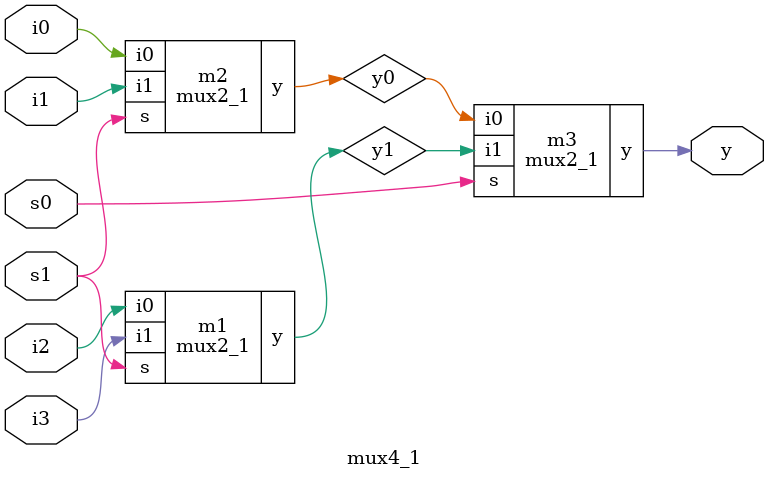
<source format=v>
module mux2_1(
  input s,
  input i0, i1,
  output y);
  
  assign y = s ? i1 : i0;
endmodule

module mux4_1(
  input s0, s1,
  input  i0,i1,i2,i3,
  output reg y);
  
  wire y0, y1;
  
  mux2_1 m1(s1, i2, i3, y1);
  mux2_1 m2(s1, i0, i1, y0);
  mux2_1 m3(s0, y0, y1, y);
endmodule

</source>
